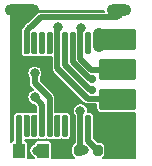
<source format=gbr>
%TF.GenerationSoftware,KiCad,Pcbnew,(5.1.8)-1*%
%TF.CreationDate,2022-12-23T20:51:48-06:00*%
%TF.ProjectId,pcb,7063622e-6b69-4636-9164-5f7063625858,rev?*%
%TF.SameCoordinates,Original*%
%TF.FileFunction,Copper,L1,Top*%
%TF.FilePolarity,Positive*%
%FSLAX46Y46*%
G04 Gerber Fmt 4.6, Leading zero omitted, Abs format (unit mm)*
G04 Created by KiCad (PCBNEW (5.1.8)-1) date 2022-12-23 20:51:48*
%MOMM*%
%LPD*%
G01*
G04 APERTURE LIST*
%TA.AperFunction,ComponentPad*%
%ADD10O,2.400000X1.000000*%
%TD*%
%TA.AperFunction,ComponentPad*%
%ADD11O,2.100000X1.000000*%
%TD*%
%TA.AperFunction,SMDPad,CuDef*%
%ADD12R,1.000000X1.250000*%
%TD*%
%TA.AperFunction,ViaPad*%
%ADD13C,0.800000*%
%TD*%
%TA.AperFunction,ViaPad*%
%ADD14C,0.700000*%
%TD*%
%TA.AperFunction,Conductor*%
%ADD15C,1.000000*%
%TD*%
%TA.AperFunction,Conductor*%
%ADD16C,0.500000*%
%TD*%
%TA.AperFunction,Conductor*%
%ADD17C,0.400000*%
%TD*%
%TA.AperFunction,Conductor*%
%ADD18C,0.180000*%
%TD*%
%TA.AperFunction,Conductor*%
%ADD19C,0.100000*%
%TD*%
G04 APERTURE END LIST*
D10*
%TO.P,P1,4*%
%TO.N,GND*%
X137985500Y-95250000D03*
%TD*%
D11*
%TO.P,SW1,2*%
%TO.N,Net-(SW1-Pad2)*%
X146457500Y-95250000D03*
%TO.P,SW1,1*%
%TO.N,GND*%
X138657500Y-95250000D03*
%TD*%
%TO.P,U1,1*%
%TO.N,N/C*%
%TA.AperFunction,SMDPad,CuDef*%
G36*
G01*
X143706500Y-97150000D02*
X143956500Y-97150000D01*
G75*
G02*
X144081500Y-97275000I0J-125000D01*
G01*
X144081500Y-98925000D01*
G75*
G02*
X143956500Y-99050000I-125000J0D01*
G01*
X143706500Y-99050000D01*
G75*
G02*
X143581500Y-98925000I0J125000D01*
G01*
X143581500Y-97275000D01*
G75*
G02*
X143706500Y-97150000I125000J0D01*
G01*
G37*
%TD.AperFunction*%
%TO.P,U1,2*%
%TO.N,KB_DATA*%
%TA.AperFunction,SMDPad,CuDef*%
G36*
G01*
X143056500Y-97150000D02*
X143306500Y-97150000D01*
G75*
G02*
X143431500Y-97275000I0J-125000D01*
G01*
X143431500Y-98925000D01*
G75*
G02*
X143306500Y-99050000I-125000J0D01*
G01*
X143056500Y-99050000D01*
G75*
G02*
X142931500Y-98925000I0J125000D01*
G01*
X142931500Y-97275000D01*
G75*
G02*
X143056500Y-97150000I125000J0D01*
G01*
G37*
%TD.AperFunction*%
%TO.P,U1,3*%
%TO.N,MS_DATA*%
%TA.AperFunction,SMDPad,CuDef*%
G36*
G01*
X142406500Y-97150000D02*
X142656500Y-97150000D01*
G75*
G02*
X142781500Y-97275000I0J-125000D01*
G01*
X142781500Y-98925000D01*
G75*
G02*
X142656500Y-99050000I-125000J0D01*
G01*
X142406500Y-99050000D01*
G75*
G02*
X142281500Y-98925000I0J125000D01*
G01*
X142281500Y-97275000D01*
G75*
G02*
X142406500Y-97150000I125000J0D01*
G01*
G37*
%TD.AperFunction*%
%TO.P,U1,4*%
%TO.N,MS_CLK*%
%TA.AperFunction,SMDPad,CuDef*%
G36*
G01*
X141756500Y-97150000D02*
X142006500Y-97150000D01*
G75*
G02*
X142131500Y-97275000I0J-125000D01*
G01*
X142131500Y-98925000D01*
G75*
G02*
X142006500Y-99050000I-125000J0D01*
G01*
X141756500Y-99050000D01*
G75*
G02*
X141631500Y-98925000I0J125000D01*
G01*
X141631500Y-97275000D01*
G75*
G02*
X141756500Y-97150000I125000J0D01*
G01*
G37*
%TD.AperFunction*%
%TO.P,U1,5*%
%TO.N,KB_CLK*%
%TA.AperFunction,SMDPad,CuDef*%
G36*
G01*
X141106500Y-97150000D02*
X141356500Y-97150000D01*
G75*
G02*
X141481500Y-97275000I0J-125000D01*
G01*
X141481500Y-98925000D01*
G75*
G02*
X141356500Y-99050000I-125000J0D01*
G01*
X141106500Y-99050000D01*
G75*
G02*
X140981500Y-98925000I0J125000D01*
G01*
X140981500Y-97275000D01*
G75*
G02*
X141106500Y-97150000I125000J0D01*
G01*
G37*
%TD.AperFunction*%
%TO.P,U1,6*%
%TO.N,N/C*%
%TA.AperFunction,SMDPad,CuDef*%
G36*
G01*
X140456500Y-97150000D02*
X140706500Y-97150000D01*
G75*
G02*
X140831500Y-97275000I0J-125000D01*
G01*
X140831500Y-98925000D01*
G75*
G02*
X140706500Y-99050000I-125000J0D01*
G01*
X140456500Y-99050000D01*
G75*
G02*
X140331500Y-98925000I0J125000D01*
G01*
X140331500Y-97275000D01*
G75*
G02*
X140456500Y-97150000I125000J0D01*
G01*
G37*
%TD.AperFunction*%
%TO.P,U1,7*%
%TA.AperFunction,SMDPad,CuDef*%
G36*
G01*
X139806500Y-97150000D02*
X140056500Y-97150000D01*
G75*
G02*
X140181500Y-97275000I0J-125000D01*
G01*
X140181500Y-98925000D01*
G75*
G02*
X140056500Y-99050000I-125000J0D01*
G01*
X139806500Y-99050000D01*
G75*
G02*
X139681500Y-98925000I0J125000D01*
G01*
X139681500Y-97275000D01*
G75*
G02*
X139806500Y-97150000I125000J0D01*
G01*
G37*
%TD.AperFunction*%
%TO.P,U1,8*%
%TA.AperFunction,SMDPad,CuDef*%
G36*
G01*
X139156500Y-97150000D02*
X139406500Y-97150000D01*
G75*
G02*
X139531500Y-97275000I0J-125000D01*
G01*
X139531500Y-98925000D01*
G75*
G02*
X139406500Y-99050000I-125000J0D01*
G01*
X139156500Y-99050000D01*
G75*
G02*
X139031500Y-98925000I0J125000D01*
G01*
X139031500Y-97275000D01*
G75*
G02*
X139156500Y-97150000I125000J0D01*
G01*
G37*
%TD.AperFunction*%
%TO.P,U1,9*%
%TO.N,Net-(SW1-Pad2)*%
%TA.AperFunction,SMDPad,CuDef*%
G36*
G01*
X138506500Y-97150000D02*
X138756500Y-97150000D01*
G75*
G02*
X138881500Y-97275000I0J-125000D01*
G01*
X138881500Y-98925000D01*
G75*
G02*
X138756500Y-99050000I-125000J0D01*
G01*
X138506500Y-99050000D01*
G75*
G02*
X138381500Y-98925000I0J125000D01*
G01*
X138381500Y-97275000D01*
G75*
G02*
X138506500Y-97150000I125000J0D01*
G01*
G37*
%TD.AperFunction*%
%TO.P,U1,10*%
%TO.N,GND*%
%TA.AperFunction,SMDPad,CuDef*%
G36*
G01*
X137856500Y-97150000D02*
X138106500Y-97150000D01*
G75*
G02*
X138231500Y-97275000I0J-125000D01*
G01*
X138231500Y-98925000D01*
G75*
G02*
X138106500Y-99050000I-125000J0D01*
G01*
X137856500Y-99050000D01*
G75*
G02*
X137731500Y-98925000I0J125000D01*
G01*
X137731500Y-97275000D01*
G75*
G02*
X137856500Y-97150000I125000J0D01*
G01*
G37*
%TD.AperFunction*%
%TO.P,U1,11*%
%TO.N,Net-(D1-Pad1)*%
%TA.AperFunction,SMDPad,CuDef*%
G36*
G01*
X137856500Y-104150000D02*
X138106500Y-104150000D01*
G75*
G02*
X138231500Y-104275000I0J-125000D01*
G01*
X138231500Y-105925000D01*
G75*
G02*
X138106500Y-106050000I-125000J0D01*
G01*
X137856500Y-106050000D01*
G75*
G02*
X137731500Y-105925000I0J125000D01*
G01*
X137731500Y-104275000D01*
G75*
G02*
X137856500Y-104150000I125000J0D01*
G01*
G37*
%TD.AperFunction*%
%TO.P,U1,12*%
%TO.N,N/C*%
%TA.AperFunction,SMDPad,CuDef*%
G36*
G01*
X138506500Y-104150000D02*
X138756500Y-104150000D01*
G75*
G02*
X138881500Y-104275000I0J-125000D01*
G01*
X138881500Y-105925000D01*
G75*
G02*
X138756500Y-106050000I-125000J0D01*
G01*
X138506500Y-106050000D01*
G75*
G02*
X138381500Y-105925000I0J125000D01*
G01*
X138381500Y-104275000D01*
G75*
G02*
X138506500Y-104150000I125000J0D01*
G01*
G37*
%TD.AperFunction*%
%TO.P,U1,13*%
%TA.AperFunction,SMDPad,CuDef*%
G36*
G01*
X139156500Y-104150000D02*
X139406500Y-104150000D01*
G75*
G02*
X139531500Y-104275000I0J-125000D01*
G01*
X139531500Y-105925000D01*
G75*
G02*
X139406500Y-106050000I-125000J0D01*
G01*
X139156500Y-106050000D01*
G75*
G02*
X139031500Y-105925000I0J125000D01*
G01*
X139031500Y-104275000D01*
G75*
G02*
X139156500Y-104150000I125000J0D01*
G01*
G37*
%TD.AperFunction*%
%TO.P,U1,14*%
%TO.N,USB_D+*%
%TA.AperFunction,SMDPad,CuDef*%
G36*
G01*
X139806500Y-104150000D02*
X140056500Y-104150000D01*
G75*
G02*
X140181500Y-104275000I0J-125000D01*
G01*
X140181500Y-105925000D01*
G75*
G02*
X140056500Y-106050000I-125000J0D01*
G01*
X139806500Y-106050000D01*
G75*
G02*
X139681500Y-105925000I0J125000D01*
G01*
X139681500Y-104275000D01*
G75*
G02*
X139806500Y-104150000I125000J0D01*
G01*
G37*
%TD.AperFunction*%
%TO.P,U1,15*%
%TO.N,USB_D-*%
%TA.AperFunction,SMDPad,CuDef*%
G36*
G01*
X140456500Y-104150000D02*
X140706500Y-104150000D01*
G75*
G02*
X140831500Y-104275000I0J-125000D01*
G01*
X140831500Y-105925000D01*
G75*
G02*
X140706500Y-106050000I-125000J0D01*
G01*
X140456500Y-106050000D01*
G75*
G02*
X140331500Y-105925000I0J125000D01*
G01*
X140331500Y-104275000D01*
G75*
G02*
X140456500Y-104150000I125000J0D01*
G01*
G37*
%TD.AperFunction*%
%TO.P,U1,16*%
%TO.N,N/C*%
%TA.AperFunction,SMDPad,CuDef*%
G36*
G01*
X141106500Y-104150000D02*
X141356500Y-104150000D01*
G75*
G02*
X141481500Y-104275000I0J-125000D01*
G01*
X141481500Y-105925000D01*
G75*
G02*
X141356500Y-106050000I-125000J0D01*
G01*
X141106500Y-106050000D01*
G75*
G02*
X140981500Y-105925000I0J125000D01*
G01*
X140981500Y-104275000D01*
G75*
G02*
X141106500Y-104150000I125000J0D01*
G01*
G37*
%TD.AperFunction*%
%TO.P,U1,17*%
%TA.AperFunction,SMDPad,CuDef*%
G36*
G01*
X141756500Y-104150000D02*
X142006500Y-104150000D01*
G75*
G02*
X142131500Y-104275000I0J-125000D01*
G01*
X142131500Y-105925000D01*
G75*
G02*
X142006500Y-106050000I-125000J0D01*
G01*
X141756500Y-106050000D01*
G75*
G02*
X141631500Y-105925000I0J125000D01*
G01*
X141631500Y-104275000D01*
G75*
G02*
X141756500Y-104150000I125000J0D01*
G01*
G37*
%TD.AperFunction*%
%TO.P,U1,18*%
%TO.N,GND*%
%TA.AperFunction,SMDPad,CuDef*%
G36*
G01*
X142406500Y-104150000D02*
X142656500Y-104150000D01*
G75*
G02*
X142781500Y-104275000I0J-125000D01*
G01*
X142781500Y-105925000D01*
G75*
G02*
X142656500Y-106050000I-125000J0D01*
G01*
X142406500Y-106050000D01*
G75*
G02*
X142281500Y-105925000I0J125000D01*
G01*
X142281500Y-104275000D01*
G75*
G02*
X142406500Y-104150000I125000J0D01*
G01*
G37*
%TD.AperFunction*%
%TO.P,U1,19*%
%TO.N,+5V*%
%TA.AperFunction,SMDPad,CuDef*%
G36*
G01*
X143056500Y-104150000D02*
X143306500Y-104150000D01*
G75*
G02*
X143431500Y-104275000I0J-125000D01*
G01*
X143431500Y-105925000D01*
G75*
G02*
X143306500Y-106050000I-125000J0D01*
G01*
X143056500Y-106050000D01*
G75*
G02*
X142931500Y-105925000I0J125000D01*
G01*
X142931500Y-104275000D01*
G75*
G02*
X143056500Y-104150000I125000J0D01*
G01*
G37*
%TD.AperFunction*%
%TO.P,U1,20*%
%TO.N,+3V3*%
%TA.AperFunction,SMDPad,CuDef*%
G36*
G01*
X143706500Y-104150000D02*
X143956500Y-104150000D01*
G75*
G02*
X144081500Y-104275000I0J-125000D01*
G01*
X144081500Y-105925000D01*
G75*
G02*
X143956500Y-106050000I-125000J0D01*
G01*
X143706500Y-106050000D01*
G75*
G02*
X143581500Y-105925000I0J125000D01*
G01*
X143581500Y-104275000D01*
G75*
G02*
X143706500Y-104150000I125000J0D01*
G01*
G37*
%TD.AperFunction*%
%TD*%
%TO.P,J1,1*%
%TO.N,+5V*%
%TA.AperFunction,SMDPad,CuDef*%
G36*
G01*
X144718500Y-98425400D02*
X144718500Y-97154600D01*
G75*
G02*
X144983100Y-96890000I264600J0D01*
G01*
X147653900Y-96890000D01*
G75*
G02*
X147918500Y-97154600I0J-264600D01*
G01*
X147918500Y-98425400D01*
G75*
G02*
X147653900Y-98690000I-264600J0D01*
G01*
X144983100Y-98690000D01*
G75*
G02*
X144718500Y-98425400I0J264600D01*
G01*
G37*
%TD.AperFunction*%
%TO.P,J1,3*%
%TO.N,KB_DATA*%
%TA.AperFunction,SMDPad,CuDef*%
G36*
G01*
X144718500Y-100965400D02*
X144718500Y-99694600D01*
G75*
G02*
X144983100Y-99430000I264600J0D01*
G01*
X147653900Y-99430000D01*
G75*
G02*
X147918500Y-99694600I0J-264600D01*
G01*
X147918500Y-100965400D01*
G75*
G02*
X147653900Y-101230000I-264600J0D01*
G01*
X144983100Y-101230000D01*
G75*
G02*
X144718500Y-100965400I0J264600D01*
G01*
G37*
%TD.AperFunction*%
%TO.P,J1,5*%
%TO.N,KB_CLK*%
%TA.AperFunction,SMDPad,CuDef*%
G36*
G01*
X144718500Y-103505400D02*
X144718500Y-102234600D01*
G75*
G02*
X144983100Y-101970000I264600J0D01*
G01*
X147653900Y-101970000D01*
G75*
G02*
X147918500Y-102234600I0J-264600D01*
G01*
X147918500Y-103505400D01*
G75*
G02*
X147653900Y-103770000I-264600J0D01*
G01*
X144983100Y-103770000D01*
G75*
G02*
X144718500Y-103505400I0J264600D01*
G01*
G37*
%TD.AperFunction*%
%TO.P,J1,7*%
%TO.N,GND*%
%TA.AperFunction,SMDPad,CuDef*%
G36*
G01*
X144718500Y-106045400D02*
X144718500Y-104774600D01*
G75*
G02*
X144983100Y-104510000I264600J0D01*
G01*
X147653900Y-104510000D01*
G75*
G02*
X147918500Y-104774600I0J-264600D01*
G01*
X147918500Y-106045400D01*
G75*
G02*
X147653900Y-106310000I-264600J0D01*
G01*
X144983100Y-106310000D01*
G75*
G02*
X144718500Y-106045400I0J264600D01*
G01*
G37*
%TD.AperFunction*%
%TD*%
%TO.P,C2,1*%
%TO.N,+5V*%
%TA.AperFunction,SMDPad,CuDef*%
G36*
G01*
X143465000Y-106913000D02*
X143465000Y-107463000D01*
G75*
G02*
X143265000Y-107663000I-200000J0D01*
G01*
X142865000Y-107663000D01*
G75*
G02*
X142665000Y-107463000I0J200000D01*
G01*
X142665000Y-106913000D01*
G75*
G02*
X142865000Y-106713000I200000J0D01*
G01*
X143265000Y-106713000D01*
G75*
G02*
X143465000Y-106913000I0J-200000D01*
G01*
G37*
%TD.AperFunction*%
%TO.P,C2,2*%
%TO.N,GND*%
%TA.AperFunction,SMDPad,CuDef*%
G36*
G01*
X141815000Y-106913000D02*
X141815000Y-107463000D01*
G75*
G02*
X141615000Y-107663000I-200000J0D01*
G01*
X141215000Y-107663000D01*
G75*
G02*
X141015000Y-107463000I0J200000D01*
G01*
X141015000Y-106913000D01*
G75*
G02*
X141215000Y-106713000I200000J0D01*
G01*
X141615000Y-106713000D01*
G75*
G02*
X141815000Y-106913000I0J-200000D01*
G01*
G37*
%TD.AperFunction*%
%TD*%
%TO.P,C3,1*%
%TO.N,+3V3*%
%TA.AperFunction,SMDPad,CuDef*%
G36*
G01*
X144253500Y-107463000D02*
X144253500Y-106913000D01*
G75*
G02*
X144453500Y-106713000I200000J0D01*
G01*
X144853500Y-106713000D01*
G75*
G02*
X145053500Y-106913000I0J-200000D01*
G01*
X145053500Y-107463000D01*
G75*
G02*
X144853500Y-107663000I-200000J0D01*
G01*
X144453500Y-107663000D01*
G75*
G02*
X144253500Y-107463000I0J200000D01*
G01*
G37*
%TD.AperFunction*%
%TO.P,C3,2*%
%TO.N,GND*%
%TA.AperFunction,SMDPad,CuDef*%
G36*
G01*
X145903500Y-107463000D02*
X145903500Y-106913000D01*
G75*
G02*
X146103500Y-106713000I200000J0D01*
G01*
X146503500Y-106713000D01*
G75*
G02*
X146703500Y-106913000I0J-200000D01*
G01*
X146703500Y-107463000D01*
G75*
G02*
X146503500Y-107663000I-200000J0D01*
G01*
X146103500Y-107663000D01*
G75*
G02*
X145903500Y-107463000I0J200000D01*
G01*
G37*
%TD.AperFunction*%
%TD*%
D12*
%TO.P,D1,1*%
%TO.N,Net-(D1-Pad1)*%
X138001500Y-107188000D03*
%TO.P,D1,2*%
%TO.N,Net-(D1-Pad2)*%
X140001500Y-107188000D03*
%TD*%
D13*
%TO.N,+5V*%
X143179800Y-103842820D03*
X144716500Y-97282000D03*
X144716500Y-98298000D03*
X143516064Y-107181936D03*
%TO.N,GND*%
X144716500Y-104902000D03*
X146304000Y-106426000D03*
X144716500Y-105918000D03*
X138049000Y-96329500D03*
D14*
X141478000Y-103659940D03*
X142240000Y-106538410D03*
D13*
%TO.N,KB_DATA*%
X143192500Y-96774000D03*
%TO.N,KB_CLK*%
X141287500Y-96710500D03*
D14*
%TO.N,MS_DATA*%
X144145000Y-101155500D03*
%TO.N,MS_CLK*%
X144145000Y-102044500D03*
D13*
%TO.N,USB_D-*%
X139319000Y-100647500D03*
%TO.N,USB_D+*%
X139319000Y-102679500D03*
%TO.N,Net-(D1-Pad2)*%
X139509500Y-107188000D03*
%TD*%
D15*
%TO.N,+5V*%
X146304000Y-97775500D02*
X146318500Y-97790000D01*
D16*
X143245000Y-103847135D02*
X143266415Y-103825720D01*
D15*
X144739360Y-97282000D02*
X144739360Y-98298000D01*
D16*
X143181500Y-105100000D02*
X143181500Y-106754000D01*
X143181500Y-103844520D02*
X143179800Y-103842820D01*
X143181500Y-105100000D02*
X143181500Y-103844520D01*
X143071064Y-107181936D02*
X143065000Y-107188000D01*
X143516064Y-107181936D02*
X143071064Y-107181936D01*
D17*
%TO.N,GND*%
X138049000Y-96329500D02*
X138049000Y-95625010D01*
X138049000Y-95858500D02*
X138282490Y-95625010D01*
X138049000Y-96329500D02*
X138049000Y-95858500D01*
D16*
X142531500Y-106213153D02*
X142206243Y-106538410D01*
X142531500Y-105100000D02*
X142531500Y-106213153D01*
%TO.N,+3V3*%
X143831500Y-106366000D02*
X144653500Y-107188000D01*
X143831500Y-105100000D02*
X143831500Y-106366000D01*
%TO.N,KB_DATA*%
X143245000Y-96826500D02*
X143192500Y-96774000D01*
X146280499Y-100291999D02*
X146318500Y-100330000D01*
X143181500Y-96785000D02*
X143192500Y-96774000D01*
X143181500Y-98100000D02*
X143181500Y-96785000D01*
X143181500Y-98100000D02*
X143181500Y-99433246D01*
X144078254Y-100330000D02*
X146318500Y-100330000D01*
X143181500Y-99433246D02*
X144078254Y-100330000D01*
%TO.N,KB_CLK*%
X141295000Y-96821181D02*
X141340061Y-96776120D01*
X146280499Y-102908001D02*
X146318500Y-102870000D01*
X141231500Y-96766500D02*
X141287500Y-96710500D01*
X141231500Y-98100000D02*
X141231500Y-96766500D01*
X141231500Y-98100000D02*
X141231500Y-100241002D01*
X141231500Y-100241002D02*
X143784999Y-102794501D01*
X146243001Y-102794501D02*
X146318500Y-102870000D01*
X143784999Y-102794501D02*
X146243001Y-102794501D01*
%TO.N,MS_DATA*%
X142531500Y-98100000D02*
X142531500Y-99702498D01*
X143984502Y-101155500D02*
X144145000Y-101155500D01*
X142531500Y-99702498D02*
X143984502Y-101155500D01*
%TO.N,MS_CLK*%
X141881500Y-98100000D02*
X141881500Y-99971750D01*
X143954250Y-102044500D02*
X144145000Y-102044500D01*
X141881500Y-99971750D02*
X143954250Y-102044500D01*
%TO.N,USB_D-*%
X139319000Y-100647500D02*
X139319000Y-101495498D01*
X140581500Y-102757998D02*
X139319000Y-101495498D01*
X140581500Y-105100000D02*
X140581500Y-102757998D01*
%TO.N,USB_D+*%
X139931500Y-103292000D02*
X139319000Y-102679500D01*
X139931500Y-105100000D02*
X139931500Y-103292000D01*
%TO.N,Net-(SW1-Pad2)*%
X138631500Y-97057522D02*
X138631500Y-98100000D01*
X138939032Y-96749990D02*
X138631500Y-97057522D01*
X138980316Y-96749990D02*
X138939032Y-96749990D01*
X139819807Y-95910499D02*
X139518653Y-96211653D01*
X139518653Y-96211653D02*
X138980316Y-96749990D01*
X139756307Y-95973999D02*
X139518653Y-96211653D01*
X146315523Y-95910499D02*
X146551012Y-95675010D01*
X141262001Y-95910499D02*
X146315523Y-95910499D01*
X141671501Y-95910499D02*
X141262001Y-95910499D01*
X141262001Y-95910499D02*
X139819807Y-95910499D01*
%TO.N,Net-(D1-Pad1)*%
X137981500Y-107017500D02*
X137811000Y-107188000D01*
X137981500Y-105100000D02*
X137981500Y-107017500D01*
%TO.N,Net-(D1-Pad2)*%
X139509500Y-107188000D02*
X140001500Y-107188000D01*
%TD*%
D18*
%TO.N,GND*%
X145178208Y-95395065D02*
X145185923Y-95420499D01*
X139843861Y-95420499D01*
X139819806Y-95418130D01*
X139795751Y-95420499D01*
X139795745Y-95420499D01*
X139723750Y-95427590D01*
X139631385Y-95455608D01*
X139546261Y-95501108D01*
X139471649Y-95562341D01*
X139456303Y-95581040D01*
X139426846Y-95610497D01*
X139426840Y-95610502D01*
X139189194Y-95848148D01*
X139189184Y-95848157D01*
X138732637Y-96304706D01*
X138665486Y-96340599D01*
X138590874Y-96401832D01*
X138575528Y-96420531D01*
X138302041Y-96694018D01*
X138283342Y-96709364D01*
X138222109Y-96783976D01*
X138176609Y-96869101D01*
X138148591Y-96961466D01*
X138141500Y-97033461D01*
X138141500Y-97033467D01*
X138139131Y-97057522D01*
X138141500Y-97081577D01*
X138141500Y-97263211D01*
X138140339Y-97275000D01*
X138140339Y-98925000D01*
X138147375Y-98996434D01*
X138168211Y-99065124D01*
X138202048Y-99128428D01*
X138247585Y-99183915D01*
X138303072Y-99229452D01*
X138366376Y-99263289D01*
X138435066Y-99284125D01*
X138506500Y-99291161D01*
X138756500Y-99291161D01*
X138827934Y-99284125D01*
X138896624Y-99263289D01*
X138956500Y-99231284D01*
X139016376Y-99263289D01*
X139085066Y-99284125D01*
X139156500Y-99291161D01*
X139406500Y-99291161D01*
X139477934Y-99284125D01*
X139546624Y-99263289D01*
X139606500Y-99231284D01*
X139666376Y-99263289D01*
X139735066Y-99284125D01*
X139806500Y-99291161D01*
X140056500Y-99291161D01*
X140127934Y-99284125D01*
X140196624Y-99263289D01*
X140256500Y-99231284D01*
X140316376Y-99263289D01*
X140385066Y-99284125D01*
X140456500Y-99291161D01*
X140706500Y-99291161D01*
X140741501Y-99287714D01*
X140741501Y-100216937D01*
X140739131Y-100241002D01*
X140748591Y-100337058D01*
X140764061Y-100388055D01*
X140776610Y-100429424D01*
X140822110Y-100514548D01*
X140883343Y-100589160D01*
X140902036Y-100604501D01*
X143421500Y-103123965D01*
X143436841Y-103142659D01*
X143511453Y-103203892D01*
X143596577Y-103249392D01*
X143688942Y-103277410D01*
X143760937Y-103284501D01*
X143760944Y-103284501D01*
X143784999Y-103286870D01*
X143809054Y-103284501D01*
X144477339Y-103284501D01*
X144477339Y-103505400D01*
X144487057Y-103604069D01*
X144515838Y-103698946D01*
X144562575Y-103786386D01*
X144625473Y-103863027D01*
X144702114Y-103925925D01*
X144789554Y-103972662D01*
X144884431Y-104001443D01*
X144983100Y-104011161D01*
X147653900Y-104011161D01*
X147752569Y-104001443D01*
X147840001Y-103974921D01*
X147840001Y-107835000D01*
X145088890Y-107835000D01*
X145098596Y-107829812D01*
X145165448Y-107774948D01*
X145220312Y-107708096D01*
X145261080Y-107631825D01*
X145286184Y-107549066D01*
X145294661Y-107463000D01*
X145294661Y-106913000D01*
X145286184Y-106826934D01*
X145261080Y-106744175D01*
X145220312Y-106667904D01*
X145165448Y-106601052D01*
X145098596Y-106546188D01*
X145022325Y-106505420D01*
X144939566Y-106480316D01*
X144853500Y-106471839D01*
X144630303Y-106471839D01*
X144321500Y-106163037D01*
X144321500Y-105936787D01*
X144322661Y-105925000D01*
X144322661Y-104275000D01*
X144315625Y-104203566D01*
X144294789Y-104134876D01*
X144260952Y-104071572D01*
X144215415Y-104016085D01*
X144159928Y-103970548D01*
X144096624Y-103936711D01*
X144027934Y-103915875D01*
X143956500Y-103908839D01*
X143819206Y-103908839D01*
X143819800Y-103905855D01*
X143819800Y-103779785D01*
X143795205Y-103656139D01*
X143746961Y-103539666D01*
X143676921Y-103434844D01*
X143587776Y-103345699D01*
X143482954Y-103275659D01*
X143366481Y-103227415D01*
X143242835Y-103202820D01*
X143116765Y-103202820D01*
X142993119Y-103227415D01*
X142876646Y-103275659D01*
X142771824Y-103345699D01*
X142682679Y-103434844D01*
X142612639Y-103539666D01*
X142564395Y-103656139D01*
X142539800Y-103779785D01*
X142539800Y-103905855D01*
X142564395Y-104029501D01*
X142612639Y-104145974D01*
X142682679Y-104250796D01*
X142691501Y-104259618D01*
X142691501Y-104263206D01*
X142690339Y-104275000D01*
X142690339Y-105925000D01*
X142691501Y-105936792D01*
X142691501Y-106507918D01*
X142619904Y-106546188D01*
X142553052Y-106601052D01*
X142498188Y-106667904D01*
X142457420Y-106744175D01*
X142432316Y-106826934D01*
X142423839Y-106913000D01*
X142423839Y-107463000D01*
X142432316Y-107549066D01*
X142457420Y-107631825D01*
X142498188Y-107708096D01*
X142553052Y-107774948D01*
X142619904Y-107829812D01*
X142629610Y-107835000D01*
X140740494Y-107835000D01*
X140742661Y-107813000D01*
X140742661Y-106563000D01*
X140738027Y-106515952D01*
X140724304Y-106470712D01*
X140702018Y-106429018D01*
X140672027Y-106392473D01*
X140635482Y-106362482D01*
X140593788Y-106340196D01*
X140548548Y-106326473D01*
X140501500Y-106321839D01*
X139501500Y-106321839D01*
X139454452Y-106326473D01*
X139409212Y-106340196D01*
X139367518Y-106362482D01*
X139330973Y-106392473D01*
X139300982Y-106429018D01*
X139278696Y-106470712D01*
X139264973Y-106515952D01*
X139260339Y-106563000D01*
X139260339Y-106598475D01*
X139206346Y-106620839D01*
X139101524Y-106690879D01*
X139012379Y-106780024D01*
X138942339Y-106884846D01*
X138894095Y-107001319D01*
X138869500Y-107124965D01*
X138869500Y-107251035D01*
X138894095Y-107374681D01*
X138942339Y-107491154D01*
X139012379Y-107595976D01*
X139101524Y-107685121D01*
X139206346Y-107755161D01*
X139260339Y-107777525D01*
X139260339Y-107813000D01*
X139262506Y-107835000D01*
X138740494Y-107835000D01*
X138742661Y-107813000D01*
X138742661Y-106563000D01*
X138738027Y-106515952D01*
X138724304Y-106470712D01*
X138702018Y-106429018D01*
X138672027Y-106392473D01*
X138635482Y-106362482D01*
X138593788Y-106340196D01*
X138548548Y-106326473D01*
X138501500Y-106321839D01*
X138471500Y-106321839D01*
X138471500Y-106287714D01*
X138506500Y-106291161D01*
X138756500Y-106291161D01*
X138827934Y-106284125D01*
X138896624Y-106263289D01*
X138956500Y-106231284D01*
X139016376Y-106263289D01*
X139085066Y-106284125D01*
X139156500Y-106291161D01*
X139406500Y-106291161D01*
X139477934Y-106284125D01*
X139546624Y-106263289D01*
X139606500Y-106231284D01*
X139666376Y-106263289D01*
X139735066Y-106284125D01*
X139806500Y-106291161D01*
X140056500Y-106291161D01*
X140127934Y-106284125D01*
X140196624Y-106263289D01*
X140256500Y-106231284D01*
X140316376Y-106263289D01*
X140385066Y-106284125D01*
X140456500Y-106291161D01*
X140706500Y-106291161D01*
X140777934Y-106284125D01*
X140846624Y-106263289D01*
X140906500Y-106231284D01*
X140966376Y-106263289D01*
X141035066Y-106284125D01*
X141106500Y-106291161D01*
X141356500Y-106291161D01*
X141427934Y-106284125D01*
X141496624Y-106263289D01*
X141556500Y-106231284D01*
X141616376Y-106263289D01*
X141685066Y-106284125D01*
X141756500Y-106291161D01*
X142006500Y-106291161D01*
X142077934Y-106284125D01*
X142146624Y-106263289D01*
X142209928Y-106229452D01*
X142265415Y-106183915D01*
X142310952Y-106128428D01*
X142344789Y-106065124D01*
X142365625Y-105996434D01*
X142372661Y-105925000D01*
X142372661Y-104275000D01*
X142365625Y-104203566D01*
X142344789Y-104134876D01*
X142310952Y-104071572D01*
X142265415Y-104016085D01*
X142209928Y-103970548D01*
X142146624Y-103936711D01*
X142077934Y-103915875D01*
X142006500Y-103908839D01*
X141756500Y-103908839D01*
X141685066Y-103915875D01*
X141616376Y-103936711D01*
X141556500Y-103968716D01*
X141496624Y-103936711D01*
X141427934Y-103915875D01*
X141356500Y-103908839D01*
X141106500Y-103908839D01*
X141071500Y-103912286D01*
X141071500Y-102782060D01*
X141073870Y-102757998D01*
X141064409Y-102661941D01*
X141036391Y-102569576D01*
X140990891Y-102484452D01*
X140959615Y-102446343D01*
X140929658Y-102409840D01*
X140910964Y-102394498D01*
X139809000Y-101292535D01*
X139809000Y-101062597D01*
X139816121Y-101055476D01*
X139886161Y-100950654D01*
X139934405Y-100834181D01*
X139959000Y-100710535D01*
X139959000Y-100584465D01*
X139934405Y-100460819D01*
X139886161Y-100344346D01*
X139816121Y-100239524D01*
X139726976Y-100150379D01*
X139622154Y-100080339D01*
X139505681Y-100032095D01*
X139382035Y-100007500D01*
X139255965Y-100007500D01*
X139132319Y-100032095D01*
X139015846Y-100080339D01*
X138911024Y-100150379D01*
X138821879Y-100239524D01*
X138751839Y-100344346D01*
X138703595Y-100460819D01*
X138679000Y-100584465D01*
X138679000Y-100710535D01*
X138703595Y-100834181D01*
X138751839Y-100950654D01*
X138821879Y-101055476D01*
X138829000Y-101062597D01*
X138829001Y-101471434D01*
X138826631Y-101495498D01*
X138836091Y-101591554D01*
X138853174Y-101647869D01*
X138864110Y-101683920D01*
X138909610Y-101769044D01*
X138970843Y-101843656D01*
X138989536Y-101858997D01*
X139184295Y-102053756D01*
X139132319Y-102064095D01*
X139015846Y-102112339D01*
X138911024Y-102182379D01*
X138821879Y-102271524D01*
X138751839Y-102376346D01*
X138703595Y-102492819D01*
X138679000Y-102616465D01*
X138679000Y-102742535D01*
X138703595Y-102866181D01*
X138751839Y-102982654D01*
X138821879Y-103087476D01*
X138911024Y-103176621D01*
X139015846Y-103246661D01*
X139132319Y-103294905D01*
X139255965Y-103319500D01*
X139266037Y-103319500D01*
X139441501Y-103494965D01*
X139441501Y-103912286D01*
X139406500Y-103908839D01*
X139156500Y-103908839D01*
X139085066Y-103915875D01*
X139016376Y-103936711D01*
X138956500Y-103968716D01*
X138896624Y-103936711D01*
X138827934Y-103915875D01*
X138756500Y-103908839D01*
X138506500Y-103908839D01*
X138435066Y-103915875D01*
X138366376Y-103936711D01*
X138306500Y-103968716D01*
X138246624Y-103936711D01*
X138177934Y-103915875D01*
X138106500Y-103908839D01*
X137856500Y-103908839D01*
X137785066Y-103915875D01*
X137716376Y-103936711D01*
X137653072Y-103970548D01*
X137597585Y-104016085D01*
X137552048Y-104071572D01*
X137518211Y-104134876D01*
X137497375Y-104203566D01*
X137490339Y-104275000D01*
X137490339Y-105925000D01*
X137491500Y-105936792D01*
X137491501Y-106322824D01*
X137454452Y-106326473D01*
X137409212Y-106340196D01*
X137367518Y-106362482D01*
X137330973Y-106392473D01*
X137300982Y-106429018D01*
X137278696Y-106470712D01*
X137275000Y-106482896D01*
X137275000Y-95365000D01*
X145175247Y-95365000D01*
X145178208Y-95395065D01*
%TA.AperFunction,Conductor*%
D19*
G36*
X145178208Y-95395065D02*
G01*
X145185923Y-95420499D01*
X139843861Y-95420499D01*
X139819806Y-95418130D01*
X139795751Y-95420499D01*
X139795745Y-95420499D01*
X139723750Y-95427590D01*
X139631385Y-95455608D01*
X139546261Y-95501108D01*
X139471649Y-95562341D01*
X139456303Y-95581040D01*
X139426846Y-95610497D01*
X139426840Y-95610502D01*
X139189194Y-95848148D01*
X139189184Y-95848157D01*
X138732637Y-96304706D01*
X138665486Y-96340599D01*
X138590874Y-96401832D01*
X138575528Y-96420531D01*
X138302041Y-96694018D01*
X138283342Y-96709364D01*
X138222109Y-96783976D01*
X138176609Y-96869101D01*
X138148591Y-96961466D01*
X138141500Y-97033461D01*
X138141500Y-97033467D01*
X138139131Y-97057522D01*
X138141500Y-97081577D01*
X138141500Y-97263211D01*
X138140339Y-97275000D01*
X138140339Y-98925000D01*
X138147375Y-98996434D01*
X138168211Y-99065124D01*
X138202048Y-99128428D01*
X138247585Y-99183915D01*
X138303072Y-99229452D01*
X138366376Y-99263289D01*
X138435066Y-99284125D01*
X138506500Y-99291161D01*
X138756500Y-99291161D01*
X138827934Y-99284125D01*
X138896624Y-99263289D01*
X138956500Y-99231284D01*
X139016376Y-99263289D01*
X139085066Y-99284125D01*
X139156500Y-99291161D01*
X139406500Y-99291161D01*
X139477934Y-99284125D01*
X139546624Y-99263289D01*
X139606500Y-99231284D01*
X139666376Y-99263289D01*
X139735066Y-99284125D01*
X139806500Y-99291161D01*
X140056500Y-99291161D01*
X140127934Y-99284125D01*
X140196624Y-99263289D01*
X140256500Y-99231284D01*
X140316376Y-99263289D01*
X140385066Y-99284125D01*
X140456500Y-99291161D01*
X140706500Y-99291161D01*
X140741501Y-99287714D01*
X140741501Y-100216937D01*
X140739131Y-100241002D01*
X140748591Y-100337058D01*
X140764061Y-100388055D01*
X140776610Y-100429424D01*
X140822110Y-100514548D01*
X140883343Y-100589160D01*
X140902036Y-100604501D01*
X143421500Y-103123965D01*
X143436841Y-103142659D01*
X143511453Y-103203892D01*
X143596577Y-103249392D01*
X143688942Y-103277410D01*
X143760937Y-103284501D01*
X143760944Y-103284501D01*
X143784999Y-103286870D01*
X143809054Y-103284501D01*
X144477339Y-103284501D01*
X144477339Y-103505400D01*
X144487057Y-103604069D01*
X144515838Y-103698946D01*
X144562575Y-103786386D01*
X144625473Y-103863027D01*
X144702114Y-103925925D01*
X144789554Y-103972662D01*
X144884431Y-104001443D01*
X144983100Y-104011161D01*
X147653900Y-104011161D01*
X147752569Y-104001443D01*
X147840001Y-103974921D01*
X147840001Y-107835000D01*
X145088890Y-107835000D01*
X145098596Y-107829812D01*
X145165448Y-107774948D01*
X145220312Y-107708096D01*
X145261080Y-107631825D01*
X145286184Y-107549066D01*
X145294661Y-107463000D01*
X145294661Y-106913000D01*
X145286184Y-106826934D01*
X145261080Y-106744175D01*
X145220312Y-106667904D01*
X145165448Y-106601052D01*
X145098596Y-106546188D01*
X145022325Y-106505420D01*
X144939566Y-106480316D01*
X144853500Y-106471839D01*
X144630303Y-106471839D01*
X144321500Y-106163037D01*
X144321500Y-105936787D01*
X144322661Y-105925000D01*
X144322661Y-104275000D01*
X144315625Y-104203566D01*
X144294789Y-104134876D01*
X144260952Y-104071572D01*
X144215415Y-104016085D01*
X144159928Y-103970548D01*
X144096624Y-103936711D01*
X144027934Y-103915875D01*
X143956500Y-103908839D01*
X143819206Y-103908839D01*
X143819800Y-103905855D01*
X143819800Y-103779785D01*
X143795205Y-103656139D01*
X143746961Y-103539666D01*
X143676921Y-103434844D01*
X143587776Y-103345699D01*
X143482954Y-103275659D01*
X143366481Y-103227415D01*
X143242835Y-103202820D01*
X143116765Y-103202820D01*
X142993119Y-103227415D01*
X142876646Y-103275659D01*
X142771824Y-103345699D01*
X142682679Y-103434844D01*
X142612639Y-103539666D01*
X142564395Y-103656139D01*
X142539800Y-103779785D01*
X142539800Y-103905855D01*
X142564395Y-104029501D01*
X142612639Y-104145974D01*
X142682679Y-104250796D01*
X142691501Y-104259618D01*
X142691501Y-104263206D01*
X142690339Y-104275000D01*
X142690339Y-105925000D01*
X142691501Y-105936792D01*
X142691501Y-106507918D01*
X142619904Y-106546188D01*
X142553052Y-106601052D01*
X142498188Y-106667904D01*
X142457420Y-106744175D01*
X142432316Y-106826934D01*
X142423839Y-106913000D01*
X142423839Y-107463000D01*
X142432316Y-107549066D01*
X142457420Y-107631825D01*
X142498188Y-107708096D01*
X142553052Y-107774948D01*
X142619904Y-107829812D01*
X142629610Y-107835000D01*
X140740494Y-107835000D01*
X140742661Y-107813000D01*
X140742661Y-106563000D01*
X140738027Y-106515952D01*
X140724304Y-106470712D01*
X140702018Y-106429018D01*
X140672027Y-106392473D01*
X140635482Y-106362482D01*
X140593788Y-106340196D01*
X140548548Y-106326473D01*
X140501500Y-106321839D01*
X139501500Y-106321839D01*
X139454452Y-106326473D01*
X139409212Y-106340196D01*
X139367518Y-106362482D01*
X139330973Y-106392473D01*
X139300982Y-106429018D01*
X139278696Y-106470712D01*
X139264973Y-106515952D01*
X139260339Y-106563000D01*
X139260339Y-106598475D01*
X139206346Y-106620839D01*
X139101524Y-106690879D01*
X139012379Y-106780024D01*
X138942339Y-106884846D01*
X138894095Y-107001319D01*
X138869500Y-107124965D01*
X138869500Y-107251035D01*
X138894095Y-107374681D01*
X138942339Y-107491154D01*
X139012379Y-107595976D01*
X139101524Y-107685121D01*
X139206346Y-107755161D01*
X139260339Y-107777525D01*
X139260339Y-107813000D01*
X139262506Y-107835000D01*
X138740494Y-107835000D01*
X138742661Y-107813000D01*
X138742661Y-106563000D01*
X138738027Y-106515952D01*
X138724304Y-106470712D01*
X138702018Y-106429018D01*
X138672027Y-106392473D01*
X138635482Y-106362482D01*
X138593788Y-106340196D01*
X138548548Y-106326473D01*
X138501500Y-106321839D01*
X138471500Y-106321839D01*
X138471500Y-106287714D01*
X138506500Y-106291161D01*
X138756500Y-106291161D01*
X138827934Y-106284125D01*
X138896624Y-106263289D01*
X138956500Y-106231284D01*
X139016376Y-106263289D01*
X139085066Y-106284125D01*
X139156500Y-106291161D01*
X139406500Y-106291161D01*
X139477934Y-106284125D01*
X139546624Y-106263289D01*
X139606500Y-106231284D01*
X139666376Y-106263289D01*
X139735066Y-106284125D01*
X139806500Y-106291161D01*
X140056500Y-106291161D01*
X140127934Y-106284125D01*
X140196624Y-106263289D01*
X140256500Y-106231284D01*
X140316376Y-106263289D01*
X140385066Y-106284125D01*
X140456500Y-106291161D01*
X140706500Y-106291161D01*
X140777934Y-106284125D01*
X140846624Y-106263289D01*
X140906500Y-106231284D01*
X140966376Y-106263289D01*
X141035066Y-106284125D01*
X141106500Y-106291161D01*
X141356500Y-106291161D01*
X141427934Y-106284125D01*
X141496624Y-106263289D01*
X141556500Y-106231284D01*
X141616376Y-106263289D01*
X141685066Y-106284125D01*
X141756500Y-106291161D01*
X142006500Y-106291161D01*
X142077934Y-106284125D01*
X142146624Y-106263289D01*
X142209928Y-106229452D01*
X142265415Y-106183915D01*
X142310952Y-106128428D01*
X142344789Y-106065124D01*
X142365625Y-105996434D01*
X142372661Y-105925000D01*
X142372661Y-104275000D01*
X142365625Y-104203566D01*
X142344789Y-104134876D01*
X142310952Y-104071572D01*
X142265415Y-104016085D01*
X142209928Y-103970548D01*
X142146624Y-103936711D01*
X142077934Y-103915875D01*
X142006500Y-103908839D01*
X141756500Y-103908839D01*
X141685066Y-103915875D01*
X141616376Y-103936711D01*
X141556500Y-103968716D01*
X141496624Y-103936711D01*
X141427934Y-103915875D01*
X141356500Y-103908839D01*
X141106500Y-103908839D01*
X141071500Y-103912286D01*
X141071500Y-102782060D01*
X141073870Y-102757998D01*
X141064409Y-102661941D01*
X141036391Y-102569576D01*
X140990891Y-102484452D01*
X140959615Y-102446343D01*
X140929658Y-102409840D01*
X140910964Y-102394498D01*
X139809000Y-101292535D01*
X139809000Y-101062597D01*
X139816121Y-101055476D01*
X139886161Y-100950654D01*
X139934405Y-100834181D01*
X139959000Y-100710535D01*
X139959000Y-100584465D01*
X139934405Y-100460819D01*
X139886161Y-100344346D01*
X139816121Y-100239524D01*
X139726976Y-100150379D01*
X139622154Y-100080339D01*
X139505681Y-100032095D01*
X139382035Y-100007500D01*
X139255965Y-100007500D01*
X139132319Y-100032095D01*
X139015846Y-100080339D01*
X138911024Y-100150379D01*
X138821879Y-100239524D01*
X138751839Y-100344346D01*
X138703595Y-100460819D01*
X138679000Y-100584465D01*
X138679000Y-100710535D01*
X138703595Y-100834181D01*
X138751839Y-100950654D01*
X138821879Y-101055476D01*
X138829000Y-101062597D01*
X138829001Y-101471434D01*
X138826631Y-101495498D01*
X138836091Y-101591554D01*
X138853174Y-101647869D01*
X138864110Y-101683920D01*
X138909610Y-101769044D01*
X138970843Y-101843656D01*
X138989536Y-101858997D01*
X139184295Y-102053756D01*
X139132319Y-102064095D01*
X139015846Y-102112339D01*
X138911024Y-102182379D01*
X138821879Y-102271524D01*
X138751839Y-102376346D01*
X138703595Y-102492819D01*
X138679000Y-102616465D01*
X138679000Y-102742535D01*
X138703595Y-102866181D01*
X138751839Y-102982654D01*
X138821879Y-103087476D01*
X138911024Y-103176621D01*
X139015846Y-103246661D01*
X139132319Y-103294905D01*
X139255965Y-103319500D01*
X139266037Y-103319500D01*
X139441501Y-103494965D01*
X139441501Y-103912286D01*
X139406500Y-103908839D01*
X139156500Y-103908839D01*
X139085066Y-103915875D01*
X139016376Y-103936711D01*
X138956500Y-103968716D01*
X138896624Y-103936711D01*
X138827934Y-103915875D01*
X138756500Y-103908839D01*
X138506500Y-103908839D01*
X138435066Y-103915875D01*
X138366376Y-103936711D01*
X138306500Y-103968716D01*
X138246624Y-103936711D01*
X138177934Y-103915875D01*
X138106500Y-103908839D01*
X137856500Y-103908839D01*
X137785066Y-103915875D01*
X137716376Y-103936711D01*
X137653072Y-103970548D01*
X137597585Y-104016085D01*
X137552048Y-104071572D01*
X137518211Y-104134876D01*
X137497375Y-104203566D01*
X137490339Y-104275000D01*
X137490339Y-105925000D01*
X137491500Y-105936792D01*
X137491501Y-106322824D01*
X137454452Y-106326473D01*
X137409212Y-106340196D01*
X137367518Y-106362482D01*
X137330973Y-106392473D01*
X137300982Y-106429018D01*
X137278696Y-106470712D01*
X137275000Y-106482896D01*
X137275000Y-95365000D01*
X145175247Y-95365000D01*
X145178208Y-95395065D01*
G37*
%TD.AperFunction*%
%TD*%
M02*

</source>
